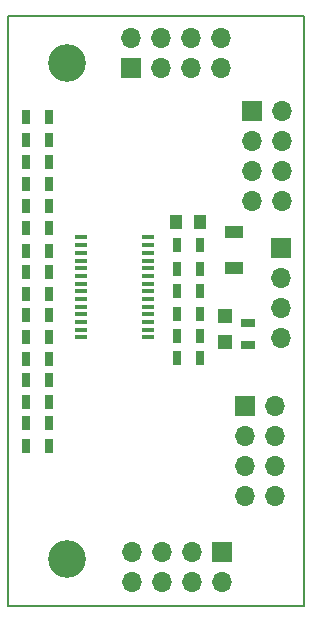
<source format=gts>
G04 #@! TF.FileFunction,Soldermask,Top*
%FSLAX46Y46*%
G04 Gerber Fmt 4.6, Leading zero omitted, Abs format (unit mm)*
G04 Created by KiCad (PCBNEW 4.0.2-stable) date 6/1/2017 8:35:31 PM*
%MOMM*%
G01*
G04 APERTURE LIST*
%ADD10C,0.100000*%
%ADD11C,0.150000*%
%ADD12R,1.000000X1.250000*%
%ADD13R,1.600000X1.000000*%
%ADD14R,0.700000X1.300000*%
%ADD15R,1.300000X0.700000*%
%ADD16R,1.100000X0.400000*%
%ADD17R,1.200000X1.200000*%
%ADD18R,1.700000X1.700000*%
%ADD19O,1.700000X1.700000*%
%ADD20C,3.200000*%
G04 APERTURE END LIST*
D10*
D11*
X125000000Y-100000000D02*
X100000000Y-100000000D01*
X125000000Y-150000000D02*
X125000000Y-100000000D01*
X100000000Y-150000000D02*
X125000000Y-150000000D01*
X100000000Y-100000000D02*
X100000000Y-150000000D01*
D12*
X114230400Y-117449600D03*
X116230400Y-117449600D03*
D13*
X119075200Y-118337200D03*
X119075200Y-121337200D03*
D14*
X101513600Y-116128800D03*
X103413600Y-116128800D03*
X101513600Y-118008400D03*
X103413600Y-118008400D03*
X101513600Y-119888000D03*
X103413600Y-119888000D03*
X101513600Y-121716800D03*
X103413600Y-121716800D03*
X103428800Y-112369600D03*
X101528800Y-112369600D03*
X103413600Y-108610400D03*
X101513600Y-108610400D03*
X103413600Y-110490000D03*
X101513600Y-110490000D03*
X103413600Y-114249200D03*
X101513600Y-114249200D03*
X101513600Y-123545600D03*
X103413600Y-123545600D03*
X101513600Y-125374400D03*
X103413600Y-125374400D03*
X101513600Y-127203200D03*
X103413600Y-127203200D03*
X101513600Y-129032000D03*
X103413600Y-129032000D03*
X116215200Y-128981200D03*
X114315200Y-128981200D03*
X116215200Y-127101600D03*
X114315200Y-127101600D03*
X116215200Y-125222000D03*
X114315200Y-125222000D03*
X116215200Y-123342400D03*
X114315200Y-123342400D03*
D15*
X120294400Y-125999200D03*
X120294400Y-127899200D03*
D14*
X114315200Y-119430800D03*
X116215200Y-119430800D03*
X114315200Y-121412000D03*
X116215200Y-121412000D03*
X101513600Y-136398000D03*
X103413600Y-136398000D03*
X101513600Y-134518400D03*
X103413600Y-134518400D03*
X101513600Y-132689600D03*
X103413600Y-132689600D03*
X101513600Y-130860800D03*
X103413600Y-130860800D03*
D16*
X106150000Y-118775000D03*
X106150000Y-119425000D03*
X106150000Y-120075000D03*
X106150000Y-120725000D03*
X106150000Y-121375000D03*
X106150000Y-122025000D03*
X106150000Y-122675000D03*
X106150000Y-123325000D03*
X106150000Y-123975000D03*
X106150000Y-124625000D03*
X106150000Y-125275000D03*
X106150000Y-125925000D03*
X106150000Y-126575000D03*
X106150000Y-127225000D03*
X111850000Y-127225000D03*
X111850000Y-126575000D03*
X111850000Y-125925000D03*
X111850000Y-125275000D03*
X111850000Y-124625000D03*
X111850000Y-123975000D03*
X111850000Y-123325000D03*
X111850000Y-122675000D03*
X111850000Y-122025000D03*
X111850000Y-121375000D03*
X111850000Y-120725000D03*
X111850000Y-120075000D03*
X111850000Y-119425000D03*
X111850000Y-118775000D03*
D17*
X118364000Y-127642800D03*
X118364000Y-125442800D03*
D18*
X110363000Y-104394000D03*
D19*
X110363000Y-101854000D03*
X112903000Y-104394000D03*
X112903000Y-101854000D03*
X115443000Y-104394000D03*
X115443000Y-101854000D03*
X117983000Y-104394000D03*
X117983000Y-101854000D03*
D18*
X120650000Y-108077000D03*
D19*
X123190000Y-108077000D03*
X120650000Y-110617000D03*
X123190000Y-110617000D03*
X120650000Y-113157000D03*
X123190000Y-113157000D03*
X120650000Y-115697000D03*
X123190000Y-115697000D03*
D18*
X120000000Y-133000000D03*
D19*
X122540000Y-133000000D03*
X120000000Y-135540000D03*
X122540000Y-135540000D03*
X120000000Y-138080000D03*
X122540000Y-138080000D03*
X120000000Y-140620000D03*
X122540000Y-140620000D03*
D18*
X118110000Y-145440400D03*
D19*
X118110000Y-147980400D03*
X115570000Y-145440400D03*
X115570000Y-147980400D03*
X113030000Y-145440400D03*
X113030000Y-147980400D03*
X110490000Y-145440400D03*
X110490000Y-147980400D03*
D18*
X123082000Y-119634000D03*
D19*
X123082000Y-122174000D03*
X123082000Y-124714000D03*
X123082000Y-127254000D03*
D20*
X105000000Y-104000000D03*
X105000000Y-146000000D03*
M02*

</source>
